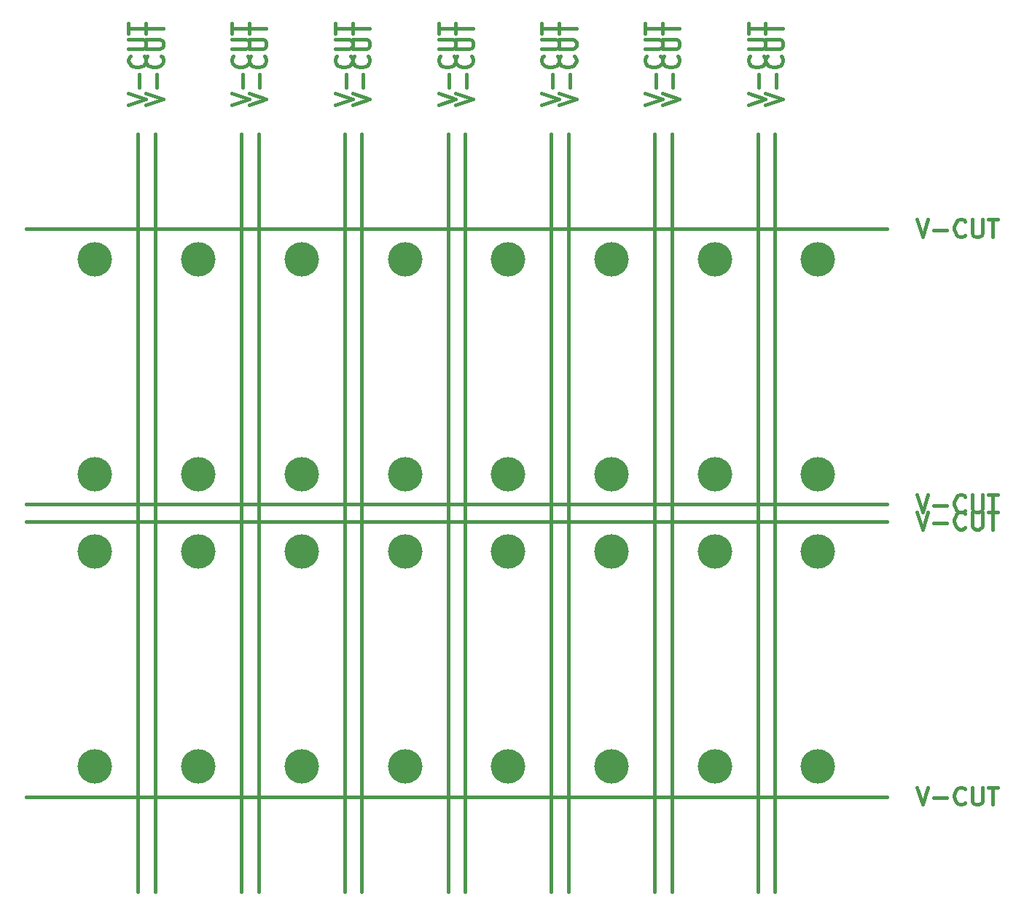
<source format=gbr>
%TF.GenerationSoftware,KiCad,Pcbnew,8.0.2*%
%TF.CreationDate,2024-06-26T18:14:25+07:00*%
%TF.ProjectId,capacitor_100nF_100V_Panel,63617061-6369-4746-9f72-5f3130306e46,rev?*%
%TF.SameCoordinates,Original*%
%TF.FileFunction,Copper,L2,Bot*%
%TF.FilePolarity,Positive*%
%FSLAX46Y46*%
G04 Gerber Fmt 4.6, Leading zero omitted, Abs format (unit mm)*
G04 Created by KiCad (PCBNEW 8.0.2) date 2024-06-26 18:14:25*
%MOMM*%
%LPD*%
G01*
G04 APERTURE LIST*
%ADD10C,0.400000*%
%TA.AperFunction,NonConductor*%
%ADD11C,0.400000*%
%TD*%
%TA.AperFunction,ComponentPad*%
%ADD12C,4.000000*%
%TD*%
G04 APERTURE END LIST*
D10*
D11*
X100453633Y-40904938D02*
X101120299Y-42904938D01*
X101120299Y-42904938D02*
X101786966Y-40904938D01*
X102453633Y-42143033D02*
X103977443Y-42143033D01*
X106072680Y-42714461D02*
X105977442Y-42809700D01*
X105977442Y-42809700D02*
X105691728Y-42904938D01*
X105691728Y-42904938D02*
X105501252Y-42904938D01*
X105501252Y-42904938D02*
X105215537Y-42809700D01*
X105215537Y-42809700D02*
X105025061Y-42619223D01*
X105025061Y-42619223D02*
X104929823Y-42428747D01*
X104929823Y-42428747D02*
X104834585Y-42047795D01*
X104834585Y-42047795D02*
X104834585Y-41762080D01*
X104834585Y-41762080D02*
X104929823Y-41381128D01*
X104929823Y-41381128D02*
X105025061Y-41190652D01*
X105025061Y-41190652D02*
X105215537Y-41000176D01*
X105215537Y-41000176D02*
X105501252Y-40904938D01*
X105501252Y-40904938D02*
X105691728Y-40904938D01*
X105691728Y-40904938D02*
X105977442Y-41000176D01*
X105977442Y-41000176D02*
X106072680Y-41095414D01*
X106929823Y-40904938D02*
X106929823Y-42523985D01*
X106929823Y-42523985D02*
X107025061Y-42714461D01*
X107025061Y-42714461D02*
X107120299Y-42809700D01*
X107120299Y-42809700D02*
X107310775Y-42904938D01*
X107310775Y-42904938D02*
X107691728Y-42904938D01*
X107691728Y-42904938D02*
X107882204Y-42809700D01*
X107882204Y-42809700D02*
X107977442Y-42714461D01*
X107977442Y-42714461D02*
X108072680Y-42523985D01*
X108072680Y-42523985D02*
X108072680Y-40904938D01*
X108739347Y-40904938D02*
X109882204Y-40904938D01*
X109310775Y-42904938D02*
X109310775Y-40904938D01*
D10*
D11*
X46904438Y6453634D02*
X48904438Y7120300D01*
X48904438Y7120300D02*
X46904438Y7786967D01*
X48142533Y8453634D02*
X48142533Y9977443D01*
X48713961Y12072681D02*
X48809200Y11977443D01*
X48809200Y11977443D02*
X48904438Y11691729D01*
X48904438Y11691729D02*
X48904438Y11501253D01*
X48904438Y11501253D02*
X48809200Y11215538D01*
X48809200Y11215538D02*
X48618723Y11025062D01*
X48618723Y11025062D02*
X48428247Y10929824D01*
X48428247Y10929824D02*
X48047295Y10834586D01*
X48047295Y10834586D02*
X47761580Y10834586D01*
X47761580Y10834586D02*
X47380628Y10929824D01*
X47380628Y10929824D02*
X47190152Y11025062D01*
X47190152Y11025062D02*
X46999676Y11215538D01*
X46999676Y11215538D02*
X46904438Y11501253D01*
X46904438Y11501253D02*
X46904438Y11691729D01*
X46904438Y11691729D02*
X46999676Y11977443D01*
X46999676Y11977443D02*
X47094914Y12072681D01*
X46904438Y12929824D02*
X48523485Y12929824D01*
X48523485Y12929824D02*
X48713961Y13025062D01*
X48713961Y13025062D02*
X48809200Y13120300D01*
X48809200Y13120300D02*
X48904438Y13310776D01*
X48904438Y13310776D02*
X48904438Y13691729D01*
X48904438Y13691729D02*
X48809200Y13882205D01*
X48809200Y13882205D02*
X48713961Y13977443D01*
X48713961Y13977443D02*
X48523485Y14072681D01*
X48523485Y14072681D02*
X46904438Y14072681D01*
X46904438Y14739348D02*
X46904438Y15882205D01*
X48904438Y15310776D02*
X46904438Y15310776D01*
D10*
D11*
X100453633Y-38904938D02*
X101120299Y-40904938D01*
X101120299Y-40904938D02*
X101786966Y-38904938D01*
X102453633Y-40143033D02*
X103977443Y-40143033D01*
X106072680Y-40714461D02*
X105977442Y-40809700D01*
X105977442Y-40809700D02*
X105691728Y-40904938D01*
X105691728Y-40904938D02*
X105501252Y-40904938D01*
X105501252Y-40904938D02*
X105215537Y-40809700D01*
X105215537Y-40809700D02*
X105025061Y-40619223D01*
X105025061Y-40619223D02*
X104929823Y-40428747D01*
X104929823Y-40428747D02*
X104834585Y-40047795D01*
X104834585Y-40047795D02*
X104834585Y-39762080D01*
X104834585Y-39762080D02*
X104929823Y-39381128D01*
X104929823Y-39381128D02*
X105025061Y-39190652D01*
X105025061Y-39190652D02*
X105215537Y-39000176D01*
X105215537Y-39000176D02*
X105501252Y-38904938D01*
X105501252Y-38904938D02*
X105691728Y-38904938D01*
X105691728Y-38904938D02*
X105977442Y-39000176D01*
X105977442Y-39000176D02*
X106072680Y-39095414D01*
X106929823Y-38904938D02*
X106929823Y-40523985D01*
X106929823Y-40523985D02*
X107025061Y-40714461D01*
X107025061Y-40714461D02*
X107120299Y-40809700D01*
X107120299Y-40809700D02*
X107310775Y-40904938D01*
X107310775Y-40904938D02*
X107691728Y-40904938D01*
X107691728Y-40904938D02*
X107882204Y-40809700D01*
X107882204Y-40809700D02*
X107977442Y-40714461D01*
X107977442Y-40714461D02*
X108072680Y-40523985D01*
X108072680Y-40523985D02*
X108072680Y-38904938D01*
X108739347Y-38904938D02*
X109882204Y-38904938D01*
X109310775Y-40904938D02*
X109310775Y-38904938D01*
D10*
D11*
X80904438Y6453634D02*
X82904438Y7120300D01*
X82904438Y7120300D02*
X80904438Y7786967D01*
X82142533Y8453634D02*
X82142533Y9977443D01*
X82713961Y12072681D02*
X82809200Y11977443D01*
X82809200Y11977443D02*
X82904438Y11691729D01*
X82904438Y11691729D02*
X82904438Y11501253D01*
X82904438Y11501253D02*
X82809200Y11215538D01*
X82809200Y11215538D02*
X82618723Y11025062D01*
X82618723Y11025062D02*
X82428247Y10929824D01*
X82428247Y10929824D02*
X82047295Y10834586D01*
X82047295Y10834586D02*
X81761580Y10834586D01*
X81761580Y10834586D02*
X81380628Y10929824D01*
X81380628Y10929824D02*
X81190152Y11025062D01*
X81190152Y11025062D02*
X80999676Y11215538D01*
X80999676Y11215538D02*
X80904438Y11501253D01*
X80904438Y11501253D02*
X80904438Y11691729D01*
X80904438Y11691729D02*
X80999676Y11977443D01*
X80999676Y11977443D02*
X81094914Y12072681D01*
X80904438Y12929824D02*
X82523485Y12929824D01*
X82523485Y12929824D02*
X82713961Y13025062D01*
X82713961Y13025062D02*
X82809200Y13120300D01*
X82809200Y13120300D02*
X82904438Y13310776D01*
X82904438Y13310776D02*
X82904438Y13691729D01*
X82904438Y13691729D02*
X82809200Y13882205D01*
X82809200Y13882205D02*
X82713961Y13977443D01*
X82713961Y13977443D02*
X82523485Y14072681D01*
X82523485Y14072681D02*
X80904438Y14072681D01*
X80904438Y14739348D02*
X80904438Y15882205D01*
X82904438Y15310776D02*
X80904438Y15310776D01*
D10*
D11*
X58904438Y6453634D02*
X60904438Y7120300D01*
X60904438Y7120300D02*
X58904438Y7786967D01*
X60142533Y8453634D02*
X60142533Y9977443D01*
X60713961Y12072681D02*
X60809200Y11977443D01*
X60809200Y11977443D02*
X60904438Y11691729D01*
X60904438Y11691729D02*
X60904438Y11501253D01*
X60904438Y11501253D02*
X60809200Y11215538D01*
X60809200Y11215538D02*
X60618723Y11025062D01*
X60618723Y11025062D02*
X60428247Y10929824D01*
X60428247Y10929824D02*
X60047295Y10834586D01*
X60047295Y10834586D02*
X59761580Y10834586D01*
X59761580Y10834586D02*
X59380628Y10929824D01*
X59380628Y10929824D02*
X59190152Y11025062D01*
X59190152Y11025062D02*
X58999676Y11215538D01*
X58999676Y11215538D02*
X58904438Y11501253D01*
X58904438Y11501253D02*
X58904438Y11691729D01*
X58904438Y11691729D02*
X58999676Y11977443D01*
X58999676Y11977443D02*
X59094914Y12072681D01*
X58904438Y12929824D02*
X60523485Y12929824D01*
X60523485Y12929824D02*
X60713961Y13025062D01*
X60713961Y13025062D02*
X60809200Y13120300D01*
X60809200Y13120300D02*
X60904438Y13310776D01*
X60904438Y13310776D02*
X60904438Y13691729D01*
X60904438Y13691729D02*
X60809200Y13882205D01*
X60809200Y13882205D02*
X60713961Y13977443D01*
X60713961Y13977443D02*
X60523485Y14072681D01*
X60523485Y14072681D02*
X58904438Y14072681D01*
X58904438Y14739348D02*
X58904438Y15882205D01*
X60904438Y15310776D02*
X58904438Y15310776D01*
D10*
D11*
X100453633Y-72904938D02*
X101120299Y-74904938D01*
X101120299Y-74904938D02*
X101786966Y-72904938D01*
X102453633Y-74143033D02*
X103977443Y-74143033D01*
X106072680Y-74714461D02*
X105977442Y-74809700D01*
X105977442Y-74809700D02*
X105691728Y-74904938D01*
X105691728Y-74904938D02*
X105501252Y-74904938D01*
X105501252Y-74904938D02*
X105215537Y-74809700D01*
X105215537Y-74809700D02*
X105025061Y-74619223D01*
X105025061Y-74619223D02*
X104929823Y-74428747D01*
X104929823Y-74428747D02*
X104834585Y-74047795D01*
X104834585Y-74047795D02*
X104834585Y-73762080D01*
X104834585Y-73762080D02*
X104929823Y-73381128D01*
X104929823Y-73381128D02*
X105025061Y-73190652D01*
X105025061Y-73190652D02*
X105215537Y-73000176D01*
X105215537Y-73000176D02*
X105501252Y-72904938D01*
X105501252Y-72904938D02*
X105691728Y-72904938D01*
X105691728Y-72904938D02*
X105977442Y-73000176D01*
X105977442Y-73000176D02*
X106072680Y-73095414D01*
X106929823Y-72904938D02*
X106929823Y-74523985D01*
X106929823Y-74523985D02*
X107025061Y-74714461D01*
X107025061Y-74714461D02*
X107120299Y-74809700D01*
X107120299Y-74809700D02*
X107310775Y-74904938D01*
X107310775Y-74904938D02*
X107691728Y-74904938D01*
X107691728Y-74904938D02*
X107882204Y-74809700D01*
X107882204Y-74809700D02*
X107977442Y-74714461D01*
X107977442Y-74714461D02*
X108072680Y-74523985D01*
X108072680Y-74523985D02*
X108072680Y-72904938D01*
X108739347Y-72904938D02*
X109882204Y-72904938D01*
X109310775Y-74904938D02*
X109310775Y-72904938D01*
D10*
D11*
X68904438Y6453634D02*
X70904438Y7120300D01*
X70904438Y7120300D02*
X68904438Y7786967D01*
X70142533Y8453634D02*
X70142533Y9977443D01*
X70713961Y12072681D02*
X70809200Y11977443D01*
X70809200Y11977443D02*
X70904438Y11691729D01*
X70904438Y11691729D02*
X70904438Y11501253D01*
X70904438Y11501253D02*
X70809200Y11215538D01*
X70809200Y11215538D02*
X70618723Y11025062D01*
X70618723Y11025062D02*
X70428247Y10929824D01*
X70428247Y10929824D02*
X70047295Y10834586D01*
X70047295Y10834586D02*
X69761580Y10834586D01*
X69761580Y10834586D02*
X69380628Y10929824D01*
X69380628Y10929824D02*
X69190152Y11025062D01*
X69190152Y11025062D02*
X68999676Y11215538D01*
X68999676Y11215538D02*
X68904438Y11501253D01*
X68904438Y11501253D02*
X68904438Y11691729D01*
X68904438Y11691729D02*
X68999676Y11977443D01*
X68999676Y11977443D02*
X69094914Y12072681D01*
X68904438Y12929824D02*
X70523485Y12929824D01*
X70523485Y12929824D02*
X70713961Y13025062D01*
X70713961Y13025062D02*
X70809200Y13120300D01*
X70809200Y13120300D02*
X70904438Y13310776D01*
X70904438Y13310776D02*
X70904438Y13691729D01*
X70904438Y13691729D02*
X70809200Y13882205D01*
X70809200Y13882205D02*
X70713961Y13977443D01*
X70713961Y13977443D02*
X70523485Y14072681D01*
X70523485Y14072681D02*
X68904438Y14072681D01*
X68904438Y14739348D02*
X68904438Y15882205D01*
X70904438Y15310776D02*
X68904438Y15310776D01*
D10*
D11*
X20904438Y6453634D02*
X22904438Y7120300D01*
X22904438Y7120300D02*
X20904438Y7786967D01*
X22142533Y8453634D02*
X22142533Y9977443D01*
X22713961Y12072681D02*
X22809200Y11977443D01*
X22809200Y11977443D02*
X22904438Y11691729D01*
X22904438Y11691729D02*
X22904438Y11501253D01*
X22904438Y11501253D02*
X22809200Y11215538D01*
X22809200Y11215538D02*
X22618723Y11025062D01*
X22618723Y11025062D02*
X22428247Y10929824D01*
X22428247Y10929824D02*
X22047295Y10834586D01*
X22047295Y10834586D02*
X21761580Y10834586D01*
X21761580Y10834586D02*
X21380628Y10929824D01*
X21380628Y10929824D02*
X21190152Y11025062D01*
X21190152Y11025062D02*
X20999676Y11215538D01*
X20999676Y11215538D02*
X20904438Y11501253D01*
X20904438Y11501253D02*
X20904438Y11691729D01*
X20904438Y11691729D02*
X20999676Y11977443D01*
X20999676Y11977443D02*
X21094914Y12072681D01*
X20904438Y12929824D02*
X22523485Y12929824D01*
X22523485Y12929824D02*
X22713961Y13025062D01*
X22713961Y13025062D02*
X22809200Y13120300D01*
X22809200Y13120300D02*
X22904438Y13310776D01*
X22904438Y13310776D02*
X22904438Y13691729D01*
X22904438Y13691729D02*
X22809200Y13882205D01*
X22809200Y13882205D02*
X22713961Y13977443D01*
X22713961Y13977443D02*
X22523485Y14072681D01*
X22523485Y14072681D02*
X20904438Y14072681D01*
X20904438Y14739348D02*
X20904438Y15882205D01*
X22904438Y15310776D02*
X20904438Y15310776D01*
D10*
D11*
X8904438Y6453634D02*
X10904438Y7120300D01*
X10904438Y7120300D02*
X8904438Y7786967D01*
X10142533Y8453634D02*
X10142533Y9977443D01*
X10713961Y12072681D02*
X10809200Y11977443D01*
X10809200Y11977443D02*
X10904438Y11691729D01*
X10904438Y11691729D02*
X10904438Y11501253D01*
X10904438Y11501253D02*
X10809200Y11215538D01*
X10809200Y11215538D02*
X10618723Y11025062D01*
X10618723Y11025062D02*
X10428247Y10929824D01*
X10428247Y10929824D02*
X10047295Y10834586D01*
X10047295Y10834586D02*
X9761580Y10834586D01*
X9761580Y10834586D02*
X9380628Y10929824D01*
X9380628Y10929824D02*
X9190152Y11025062D01*
X9190152Y11025062D02*
X8999676Y11215538D01*
X8999676Y11215538D02*
X8904438Y11501253D01*
X8904438Y11501253D02*
X8904438Y11691729D01*
X8904438Y11691729D02*
X8999676Y11977443D01*
X8999676Y11977443D02*
X9094914Y12072681D01*
X8904438Y12929824D02*
X10523485Y12929824D01*
X10523485Y12929824D02*
X10713961Y13025062D01*
X10713961Y13025062D02*
X10809200Y13120300D01*
X10809200Y13120300D02*
X10904438Y13310776D01*
X10904438Y13310776D02*
X10904438Y13691729D01*
X10904438Y13691729D02*
X10809200Y13882205D01*
X10809200Y13882205D02*
X10713961Y13977443D01*
X10713961Y13977443D02*
X10523485Y14072681D01*
X10523485Y14072681D02*
X8904438Y14072681D01*
X8904438Y14739348D02*
X8904438Y15882205D01*
X10904438Y15310776D02*
X8904438Y15310776D01*
D10*
D11*
X70904438Y6453634D02*
X72904438Y7120300D01*
X72904438Y7120300D02*
X70904438Y7786967D01*
X72142533Y8453634D02*
X72142533Y9977443D01*
X72713961Y12072681D02*
X72809200Y11977443D01*
X72809200Y11977443D02*
X72904438Y11691729D01*
X72904438Y11691729D02*
X72904438Y11501253D01*
X72904438Y11501253D02*
X72809200Y11215538D01*
X72809200Y11215538D02*
X72618723Y11025062D01*
X72618723Y11025062D02*
X72428247Y10929824D01*
X72428247Y10929824D02*
X72047295Y10834586D01*
X72047295Y10834586D02*
X71761580Y10834586D01*
X71761580Y10834586D02*
X71380628Y10929824D01*
X71380628Y10929824D02*
X71190152Y11025062D01*
X71190152Y11025062D02*
X70999676Y11215538D01*
X70999676Y11215538D02*
X70904438Y11501253D01*
X70904438Y11501253D02*
X70904438Y11691729D01*
X70904438Y11691729D02*
X70999676Y11977443D01*
X70999676Y11977443D02*
X71094914Y12072681D01*
X70904438Y12929824D02*
X72523485Y12929824D01*
X72523485Y12929824D02*
X72713961Y13025062D01*
X72713961Y13025062D02*
X72809200Y13120300D01*
X72809200Y13120300D02*
X72904438Y13310776D01*
X72904438Y13310776D02*
X72904438Y13691729D01*
X72904438Y13691729D02*
X72809200Y13882205D01*
X72809200Y13882205D02*
X72713961Y13977443D01*
X72713961Y13977443D02*
X72523485Y14072681D01*
X72523485Y14072681D02*
X70904438Y14072681D01*
X70904438Y14739348D02*
X70904438Y15882205D01*
X72904438Y15310776D02*
X70904438Y15310776D01*
D10*
D11*
X44904438Y6453634D02*
X46904438Y7120300D01*
X46904438Y7120300D02*
X44904438Y7786967D01*
X46142533Y8453634D02*
X46142533Y9977443D01*
X46713961Y12072681D02*
X46809200Y11977443D01*
X46809200Y11977443D02*
X46904438Y11691729D01*
X46904438Y11691729D02*
X46904438Y11501253D01*
X46904438Y11501253D02*
X46809200Y11215538D01*
X46809200Y11215538D02*
X46618723Y11025062D01*
X46618723Y11025062D02*
X46428247Y10929824D01*
X46428247Y10929824D02*
X46047295Y10834586D01*
X46047295Y10834586D02*
X45761580Y10834586D01*
X45761580Y10834586D02*
X45380628Y10929824D01*
X45380628Y10929824D02*
X45190152Y11025062D01*
X45190152Y11025062D02*
X44999676Y11215538D01*
X44999676Y11215538D02*
X44904438Y11501253D01*
X44904438Y11501253D02*
X44904438Y11691729D01*
X44904438Y11691729D02*
X44999676Y11977443D01*
X44999676Y11977443D02*
X45094914Y12072681D01*
X44904438Y12929824D02*
X46523485Y12929824D01*
X46523485Y12929824D02*
X46713961Y13025062D01*
X46713961Y13025062D02*
X46809200Y13120300D01*
X46809200Y13120300D02*
X46904438Y13310776D01*
X46904438Y13310776D02*
X46904438Y13691729D01*
X46904438Y13691729D02*
X46809200Y13882205D01*
X46809200Y13882205D02*
X46713961Y13977443D01*
X46713961Y13977443D02*
X46523485Y14072681D01*
X46523485Y14072681D02*
X44904438Y14072681D01*
X44904438Y14739348D02*
X44904438Y15882205D01*
X46904438Y15310776D02*
X44904438Y15310776D01*
D10*
D11*
X22904438Y6453634D02*
X24904438Y7120300D01*
X24904438Y7120300D02*
X22904438Y7786967D01*
X24142533Y8453634D02*
X24142533Y9977443D01*
X24713961Y12072681D02*
X24809200Y11977443D01*
X24809200Y11977443D02*
X24904438Y11691729D01*
X24904438Y11691729D02*
X24904438Y11501253D01*
X24904438Y11501253D02*
X24809200Y11215538D01*
X24809200Y11215538D02*
X24618723Y11025062D01*
X24618723Y11025062D02*
X24428247Y10929824D01*
X24428247Y10929824D02*
X24047295Y10834586D01*
X24047295Y10834586D02*
X23761580Y10834586D01*
X23761580Y10834586D02*
X23380628Y10929824D01*
X23380628Y10929824D02*
X23190152Y11025062D01*
X23190152Y11025062D02*
X22999676Y11215538D01*
X22999676Y11215538D02*
X22904438Y11501253D01*
X22904438Y11501253D02*
X22904438Y11691729D01*
X22904438Y11691729D02*
X22999676Y11977443D01*
X22999676Y11977443D02*
X23094914Y12072681D01*
X22904438Y12929824D02*
X24523485Y12929824D01*
X24523485Y12929824D02*
X24713961Y13025062D01*
X24713961Y13025062D02*
X24809200Y13120300D01*
X24809200Y13120300D02*
X24904438Y13310776D01*
X24904438Y13310776D02*
X24904438Y13691729D01*
X24904438Y13691729D02*
X24809200Y13882205D01*
X24809200Y13882205D02*
X24713961Y13977443D01*
X24713961Y13977443D02*
X24523485Y14072681D01*
X24523485Y14072681D02*
X22904438Y14072681D01*
X22904438Y14739348D02*
X22904438Y15882205D01*
X24904438Y15310776D02*
X22904438Y15310776D01*
D10*
D11*
X10904438Y6453634D02*
X12904438Y7120300D01*
X12904438Y7120300D02*
X10904438Y7786967D01*
X12142533Y8453634D02*
X12142533Y9977443D01*
X12713961Y12072681D02*
X12809200Y11977443D01*
X12809200Y11977443D02*
X12904438Y11691729D01*
X12904438Y11691729D02*
X12904438Y11501253D01*
X12904438Y11501253D02*
X12809200Y11215538D01*
X12809200Y11215538D02*
X12618723Y11025062D01*
X12618723Y11025062D02*
X12428247Y10929824D01*
X12428247Y10929824D02*
X12047295Y10834586D01*
X12047295Y10834586D02*
X11761580Y10834586D01*
X11761580Y10834586D02*
X11380628Y10929824D01*
X11380628Y10929824D02*
X11190152Y11025062D01*
X11190152Y11025062D02*
X10999676Y11215538D01*
X10999676Y11215538D02*
X10904438Y11501253D01*
X10904438Y11501253D02*
X10904438Y11691729D01*
X10904438Y11691729D02*
X10999676Y11977443D01*
X10999676Y11977443D02*
X11094914Y12072681D01*
X10904438Y12929824D02*
X12523485Y12929824D01*
X12523485Y12929824D02*
X12713961Y13025062D01*
X12713961Y13025062D02*
X12809200Y13120300D01*
X12809200Y13120300D02*
X12904438Y13310776D01*
X12904438Y13310776D02*
X12904438Y13691729D01*
X12904438Y13691729D02*
X12809200Y13882205D01*
X12809200Y13882205D02*
X12713961Y13977443D01*
X12713961Y13977443D02*
X12523485Y14072681D01*
X12523485Y14072681D02*
X10904438Y14072681D01*
X10904438Y14739348D02*
X10904438Y15882205D01*
X12904438Y15310776D02*
X10904438Y15310776D01*
D10*
D11*
X56904438Y6453634D02*
X58904438Y7120300D01*
X58904438Y7120300D02*
X56904438Y7786967D01*
X58142533Y8453634D02*
X58142533Y9977443D01*
X58713961Y12072681D02*
X58809200Y11977443D01*
X58809200Y11977443D02*
X58904438Y11691729D01*
X58904438Y11691729D02*
X58904438Y11501253D01*
X58904438Y11501253D02*
X58809200Y11215538D01*
X58809200Y11215538D02*
X58618723Y11025062D01*
X58618723Y11025062D02*
X58428247Y10929824D01*
X58428247Y10929824D02*
X58047295Y10834586D01*
X58047295Y10834586D02*
X57761580Y10834586D01*
X57761580Y10834586D02*
X57380628Y10929824D01*
X57380628Y10929824D02*
X57190152Y11025062D01*
X57190152Y11025062D02*
X56999676Y11215538D01*
X56999676Y11215538D02*
X56904438Y11501253D01*
X56904438Y11501253D02*
X56904438Y11691729D01*
X56904438Y11691729D02*
X56999676Y11977443D01*
X56999676Y11977443D02*
X57094914Y12072681D01*
X56904438Y12929824D02*
X58523485Y12929824D01*
X58523485Y12929824D02*
X58713961Y13025062D01*
X58713961Y13025062D02*
X58809200Y13120300D01*
X58809200Y13120300D02*
X58904438Y13310776D01*
X58904438Y13310776D02*
X58904438Y13691729D01*
X58904438Y13691729D02*
X58809200Y13882205D01*
X58809200Y13882205D02*
X58713961Y13977443D01*
X58713961Y13977443D02*
X58523485Y14072681D01*
X58523485Y14072681D02*
X56904438Y14072681D01*
X56904438Y14739348D02*
X56904438Y15882205D01*
X58904438Y15310776D02*
X56904438Y15310776D01*
D10*
D11*
X34904438Y6453634D02*
X36904438Y7120300D01*
X36904438Y7120300D02*
X34904438Y7786967D01*
X36142533Y8453634D02*
X36142533Y9977443D01*
X36713961Y12072681D02*
X36809200Y11977443D01*
X36809200Y11977443D02*
X36904438Y11691729D01*
X36904438Y11691729D02*
X36904438Y11501253D01*
X36904438Y11501253D02*
X36809200Y11215538D01*
X36809200Y11215538D02*
X36618723Y11025062D01*
X36618723Y11025062D02*
X36428247Y10929824D01*
X36428247Y10929824D02*
X36047295Y10834586D01*
X36047295Y10834586D02*
X35761580Y10834586D01*
X35761580Y10834586D02*
X35380628Y10929824D01*
X35380628Y10929824D02*
X35190152Y11025062D01*
X35190152Y11025062D02*
X34999676Y11215538D01*
X34999676Y11215538D02*
X34904438Y11501253D01*
X34904438Y11501253D02*
X34904438Y11691729D01*
X34904438Y11691729D02*
X34999676Y11977443D01*
X34999676Y11977443D02*
X35094914Y12072681D01*
X34904438Y12929824D02*
X36523485Y12929824D01*
X36523485Y12929824D02*
X36713961Y13025062D01*
X36713961Y13025062D02*
X36809200Y13120300D01*
X36809200Y13120300D02*
X36904438Y13310776D01*
X36904438Y13310776D02*
X36904438Y13691729D01*
X36904438Y13691729D02*
X36809200Y13882205D01*
X36809200Y13882205D02*
X36713961Y13977443D01*
X36713961Y13977443D02*
X36523485Y14072681D01*
X36523485Y14072681D02*
X34904438Y14072681D01*
X34904438Y14739348D02*
X34904438Y15882205D01*
X36904438Y15310776D02*
X34904438Y15310776D01*
D10*
D11*
X82904438Y6453634D02*
X84904438Y7120300D01*
X84904438Y7120300D02*
X82904438Y7786967D01*
X84142533Y8453634D02*
X84142533Y9977443D01*
X84713961Y12072681D02*
X84809200Y11977443D01*
X84809200Y11977443D02*
X84904438Y11691729D01*
X84904438Y11691729D02*
X84904438Y11501253D01*
X84904438Y11501253D02*
X84809200Y11215538D01*
X84809200Y11215538D02*
X84618723Y11025062D01*
X84618723Y11025062D02*
X84428247Y10929824D01*
X84428247Y10929824D02*
X84047295Y10834586D01*
X84047295Y10834586D02*
X83761580Y10834586D01*
X83761580Y10834586D02*
X83380628Y10929824D01*
X83380628Y10929824D02*
X83190152Y11025062D01*
X83190152Y11025062D02*
X82999676Y11215538D01*
X82999676Y11215538D02*
X82904438Y11501253D01*
X82904438Y11501253D02*
X82904438Y11691729D01*
X82904438Y11691729D02*
X82999676Y11977443D01*
X82999676Y11977443D02*
X83094914Y12072681D01*
X82904438Y12929824D02*
X84523485Y12929824D01*
X84523485Y12929824D02*
X84713961Y13025062D01*
X84713961Y13025062D02*
X84809200Y13120300D01*
X84809200Y13120300D02*
X84904438Y13310776D01*
X84904438Y13310776D02*
X84904438Y13691729D01*
X84904438Y13691729D02*
X84809200Y13882205D01*
X84809200Y13882205D02*
X84713961Y13977443D01*
X84713961Y13977443D02*
X84523485Y14072681D01*
X84523485Y14072681D02*
X82904438Y14072681D01*
X82904438Y14739348D02*
X82904438Y15882205D01*
X84904438Y15310776D02*
X82904438Y15310776D01*
D10*
D11*
X32904438Y6453634D02*
X34904438Y7120300D01*
X34904438Y7120300D02*
X32904438Y7786967D01*
X34142533Y8453634D02*
X34142533Y9977443D01*
X34713961Y12072681D02*
X34809200Y11977443D01*
X34809200Y11977443D02*
X34904438Y11691729D01*
X34904438Y11691729D02*
X34904438Y11501253D01*
X34904438Y11501253D02*
X34809200Y11215538D01*
X34809200Y11215538D02*
X34618723Y11025062D01*
X34618723Y11025062D02*
X34428247Y10929824D01*
X34428247Y10929824D02*
X34047295Y10834586D01*
X34047295Y10834586D02*
X33761580Y10834586D01*
X33761580Y10834586D02*
X33380628Y10929824D01*
X33380628Y10929824D02*
X33190152Y11025062D01*
X33190152Y11025062D02*
X32999676Y11215538D01*
X32999676Y11215538D02*
X32904438Y11501253D01*
X32904438Y11501253D02*
X32904438Y11691729D01*
X32904438Y11691729D02*
X32999676Y11977443D01*
X32999676Y11977443D02*
X33094914Y12072681D01*
X32904438Y12929824D02*
X34523485Y12929824D01*
X34523485Y12929824D02*
X34713961Y13025062D01*
X34713961Y13025062D02*
X34809200Y13120300D01*
X34809200Y13120300D02*
X34904438Y13310776D01*
X34904438Y13310776D02*
X34904438Y13691729D01*
X34904438Y13691729D02*
X34809200Y13882205D01*
X34809200Y13882205D02*
X34713961Y13977443D01*
X34713961Y13977443D02*
X34523485Y14072681D01*
X34523485Y14072681D02*
X32904438Y14072681D01*
X32904438Y14739348D02*
X32904438Y15882205D01*
X34904438Y15310776D02*
X32904438Y15310776D01*
D10*
D11*
X100453633Y-6904938D02*
X101120299Y-8904938D01*
X101120299Y-8904938D02*
X101786966Y-6904938D01*
X102453633Y-8143033D02*
X103977443Y-8143033D01*
X106072680Y-8714461D02*
X105977442Y-8809700D01*
X105977442Y-8809700D02*
X105691728Y-8904938D01*
X105691728Y-8904938D02*
X105501252Y-8904938D01*
X105501252Y-8904938D02*
X105215537Y-8809700D01*
X105215537Y-8809700D02*
X105025061Y-8619223D01*
X105025061Y-8619223D02*
X104929823Y-8428747D01*
X104929823Y-8428747D02*
X104834585Y-8047795D01*
X104834585Y-8047795D02*
X104834585Y-7762080D01*
X104834585Y-7762080D02*
X104929823Y-7381128D01*
X104929823Y-7381128D02*
X105025061Y-7190652D01*
X105025061Y-7190652D02*
X105215537Y-7000176D01*
X105215537Y-7000176D02*
X105501252Y-6904938D01*
X105501252Y-6904938D02*
X105691728Y-6904938D01*
X105691728Y-6904938D02*
X105977442Y-7000176D01*
X105977442Y-7000176D02*
X106072680Y-7095414D01*
X106929823Y-6904938D02*
X106929823Y-8523985D01*
X106929823Y-8523985D02*
X107025061Y-8714461D01*
X107025061Y-8714461D02*
X107120299Y-8809700D01*
X107120299Y-8809700D02*
X107310775Y-8904938D01*
X107310775Y-8904938D02*
X107691728Y-8904938D01*
X107691728Y-8904938D02*
X107882204Y-8809700D01*
X107882204Y-8809700D02*
X107977442Y-8714461D01*
X107977442Y-8714461D02*
X108072680Y-8523985D01*
X108072680Y-8523985D02*
X108072680Y-6904938D01*
X108739347Y-6904938D02*
X109882204Y-6904938D01*
X109310775Y-8904938D02*
X109310775Y-6904938D01*
X-3000000Y-74000500D02*
X97000000Y-74000500D01*
X84000000Y3000000D02*
X84000000Y-85001500D01*
X46000000Y3000000D02*
X46000000Y-85001500D01*
X36000000Y3000000D02*
X36000000Y-85001500D01*
X48000000Y3000000D02*
X48000000Y-85001500D01*
X12000000Y3000000D02*
X12000000Y-85001500D01*
X10000000Y3000000D02*
X10000000Y-85001500D01*
X-3000000Y-8000500D02*
X97000000Y-8000500D01*
X82000000Y3000000D02*
X82000000Y-85001500D01*
X70000000Y3000000D02*
X70000000Y-85001500D01*
X24000000Y3000000D02*
X24000000Y-85001500D01*
X22000000Y3000000D02*
X22000000Y-85001500D01*
X72000000Y3000000D02*
X72000000Y-85001500D01*
X-3000000Y-40000500D02*
X97000000Y-40000500D01*
X60000000Y3000000D02*
X60000000Y-85001500D01*
X58000000Y3000000D02*
X58000000Y-85001500D01*
X-3000000Y-42000500D02*
X97000000Y-42000500D01*
X34000000Y3000000D02*
X34000000Y-85001500D01*
D12*
%TO.P,J2,1,Pin_1*%
%TO.N,Board_5-Net-(J2-Pin_1)*%
X65000000Y-36500500D03*
%TD*%
%TO.P,J1,1,Pin_1*%
%TO.N,Board_9-Net-(J1-Pin_1)*%
X17000000Y-45500500D03*
%TD*%
%TO.P,J2,1,Pin_1*%
%TO.N,Board_12-Net-(J2-Pin_1)*%
X53000000Y-70500500D03*
%TD*%
%TO.P,J1,1,Pin_1*%
%TO.N,Board_11-Net-(J1-Pin_1)*%
X41000000Y-45500500D03*
%TD*%
%TO.P,J2,1,Pin_1*%
%TO.N,Board_11-Net-(J2-Pin_1)*%
X41000000Y-70500500D03*
%TD*%
%TO.P,J2,1,Pin_1*%
%TO.N,Board_8-Net-(J2-Pin_1)*%
X5000000Y-70500500D03*
%TD*%
%TO.P,J2,1,Pin_1*%
%TO.N,Board_0-Net-(J2-Pin_1)*%
X5000000Y-36500500D03*
%TD*%
%TO.P,J2,1,Pin_1*%
%TO.N,Board_10-Net-(J2-Pin_1)*%
X29000000Y-70500500D03*
%TD*%
%TO.P,J1,1,Pin_1*%
%TO.N,Board_13-Net-(J1-Pin_1)*%
X65000000Y-45500500D03*
%TD*%
%TO.P,J1,1,Pin_1*%
%TO.N,Board_4-Net-(J1-Pin_1)*%
X53000000Y-11500500D03*
%TD*%
%TO.P,J2,1,Pin_1*%
%TO.N,Board_6-Net-(J2-Pin_1)*%
X77000000Y-36500500D03*
%TD*%
%TO.P,J2,1,Pin_1*%
%TO.N,Board_13-Net-(J2-Pin_1)*%
X65000000Y-70500500D03*
%TD*%
%TO.P,J2,1,Pin_1*%
%TO.N,Board_15-Net-(J2-Pin_1)*%
X89000000Y-70500500D03*
%TD*%
%TO.P,J1,1,Pin_1*%
%TO.N,Board_6-Net-(J1-Pin_1)*%
X77000000Y-11500500D03*
%TD*%
%TO.P,J2,1,Pin_1*%
%TO.N,Board_9-Net-(J2-Pin_1)*%
X17000000Y-70500500D03*
%TD*%
%TO.P,J1,1,Pin_1*%
%TO.N,Board_0-Net-(J1-Pin_1)*%
X5000000Y-11500500D03*
%TD*%
%TO.P,J1,1,Pin_1*%
%TO.N,Board_3-Net-(J1-Pin_1)*%
X41000000Y-11500500D03*
%TD*%
%TO.P,J1,1,Pin_1*%
%TO.N,Board_10-Net-(J1-Pin_1)*%
X29000000Y-45500500D03*
%TD*%
%TO.P,J1,1,Pin_1*%
%TO.N,Board_14-Net-(J1-Pin_1)*%
X77000000Y-45500500D03*
%TD*%
%TO.P,J1,1,Pin_1*%
%TO.N,Board_2-Net-(J1-Pin_1)*%
X29000000Y-11500500D03*
%TD*%
%TO.P,J2,1,Pin_1*%
%TO.N,Board_14-Net-(J2-Pin_1)*%
X77000000Y-70500500D03*
%TD*%
%TO.P,J1,1,Pin_1*%
%TO.N,Board_5-Net-(J1-Pin_1)*%
X65000000Y-11500500D03*
%TD*%
%TO.P,J2,1,Pin_1*%
%TO.N,Board_3-Net-(J2-Pin_1)*%
X41000000Y-36500500D03*
%TD*%
%TO.P,J2,1,Pin_1*%
%TO.N,Board_2-Net-(J2-Pin_1)*%
X29000000Y-36500500D03*
%TD*%
%TO.P,J1,1,Pin_1*%
%TO.N,Board_1-Net-(J1-Pin_1)*%
X17000000Y-11500500D03*
%TD*%
%TO.P,J2,1,Pin_1*%
%TO.N,Board_4-Net-(J2-Pin_1)*%
X53000000Y-36500500D03*
%TD*%
%TO.P,J1,1,Pin_1*%
%TO.N,Board_12-Net-(J1-Pin_1)*%
X53000000Y-45500500D03*
%TD*%
%TO.P,J1,1,Pin_1*%
%TO.N,Board_7-Net-(J1-Pin_1)*%
X89000000Y-11500500D03*
%TD*%
%TO.P,J2,1,Pin_1*%
%TO.N,Board_1-Net-(J2-Pin_1)*%
X17000000Y-36500500D03*
%TD*%
%TO.P,J2,1,Pin_1*%
%TO.N,Board_7-Net-(J2-Pin_1)*%
X89000000Y-36500500D03*
%TD*%
%TO.P,J1,1,Pin_1*%
%TO.N,Board_8-Net-(J1-Pin_1)*%
X5000000Y-45500500D03*
%TD*%
%TO.P,J1,1,Pin_1*%
%TO.N,Board_15-Net-(J1-Pin_1)*%
X89000000Y-45500500D03*
%TD*%
M02*

</source>
